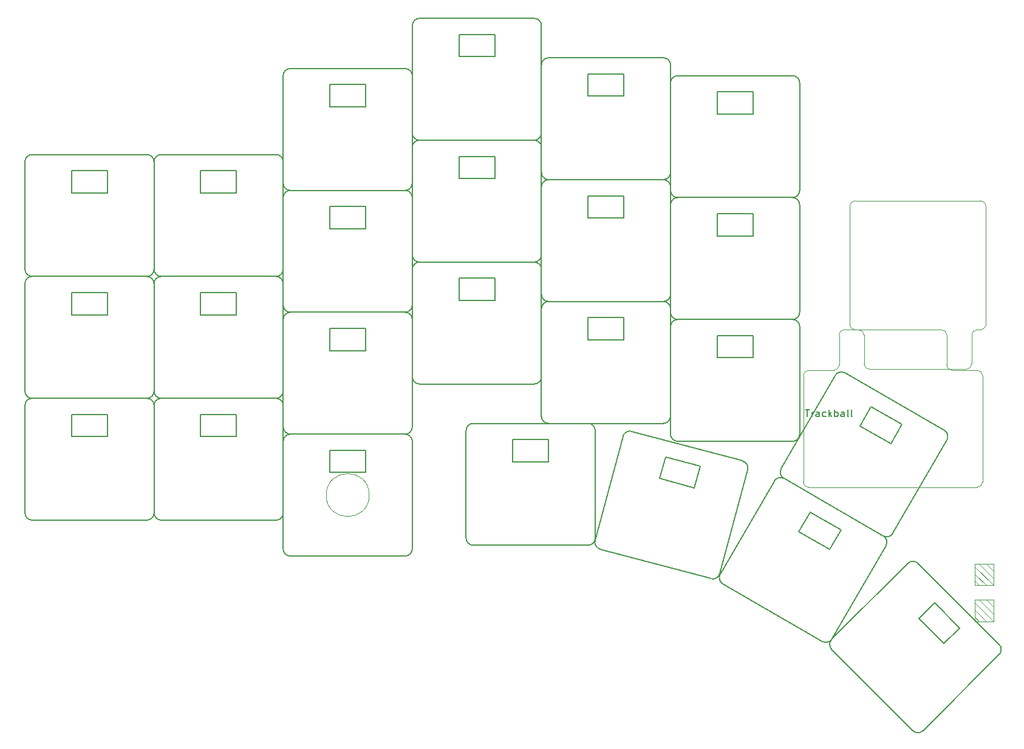
<source format=gbr>
%TF.GenerationSoftware,KiCad,Pcbnew,(5.1.10-1-10_14)*%
%TF.CreationDate,2021-11-02T17:36:35-07:00*%
%TF.ProjectId,hillside,68696c6c-7369-4646-952e-6b696361645f,0.1.0*%
%TF.SameCoordinates,Original*%
%TF.FileFunction,OtherDrawing,Comment*%
%FSLAX46Y46*%
G04 Gerber Fmt 4.6, Leading zero omitted, Abs format (unit mm)*
G04 Created by KiCad (PCBNEW (5.1.10-1-10_14)) date 2021-11-02 17:36:35*
%MOMM*%
%LPD*%
G01*
G04 APERTURE LIST*
%ADD10C,0.120000*%
%ADD11C,0.050000*%
%ADD12C,0.150000*%
G04 APERTURE END LIST*
D10*
%TO.C,J1*%
X224225000Y-82450000D02*
X206725000Y-82450000D01*
X205975000Y-83200000D02*
X205975000Y-99700000D01*
X224975000Y-83200000D02*
X224975000Y-99700000D01*
X208725000Y-105950000D02*
X222225000Y-105950000D01*
X207975000Y-105200000D02*
X207975000Y-101200000D01*
X207225000Y-100450000D02*
X206725000Y-100450000D01*
X222975000Y-105200000D02*
X222975000Y-101200000D01*
X223725000Y-100450000D02*
X224225000Y-100450000D01*
X224225000Y-82450000D02*
G75*
G02*
X224975000Y-83200000I0J-750000D01*
G01*
X207225000Y-100450000D02*
G75*
G02*
X207975000Y-101200000I0J-750000D01*
G01*
X206725000Y-100450000D02*
G75*
G02*
X205975000Y-99700000I0J750000D01*
G01*
X205975000Y-83200000D02*
G75*
G02*
X206725000Y-82450000I750000J0D01*
G01*
X224975000Y-99700000D02*
G75*
G02*
X224225000Y-100450000I-750000J0D01*
G01*
X222975000Y-101200000D02*
G75*
G02*
X223725000Y-100450000I750000J0D01*
G01*
X222975000Y-105200000D02*
G75*
G02*
X222225000Y-105950000I-750000J0D01*
G01*
X208725000Y-105950000D02*
G75*
G02*
X207975000Y-105200000I0J750000D01*
G01*
D11*
%TO.C,SW1*%
X226000000Y-136100000D02*
X223400000Y-136100000D01*
X225000000Y-133100000D02*
X226000000Y-134100000D01*
X223400000Y-134500000D02*
X225000000Y-136100000D01*
X226000000Y-136100000D02*
X223400000Y-133500000D01*
X226000000Y-133100000D02*
X226000000Y-136100000D01*
X223400000Y-136100000D02*
X223400000Y-133100000D01*
X224000000Y-133100000D02*
X226000000Y-135100000D01*
X223400000Y-133100000D02*
X226000000Y-133100000D01*
X224000000Y-136100000D02*
X223400000Y-135500000D01*
X224000000Y-141100000D02*
X223400000Y-140500000D01*
X223400000Y-139500000D02*
X225000000Y-141100000D01*
X226000000Y-141100000D02*
X223400000Y-138500000D01*
X224000000Y-138100000D02*
X226000000Y-140100000D01*
X225000000Y-138100000D02*
X226000000Y-139100000D01*
X226000000Y-138100000D02*
X226000000Y-141100000D01*
X223400000Y-138100000D02*
X226000000Y-138100000D01*
X223400000Y-141100000D02*
X223400000Y-138100000D01*
X226000000Y-141100000D02*
X223400000Y-141100000D01*
D12*
%TO.C,K24*%
X217791998Y-138504064D02*
X215599967Y-140696095D01*
X215599967Y-140696095D02*
X219135501Y-144231629D01*
X219135501Y-144231629D02*
X221327532Y-142039598D01*
X221327532Y-142039598D02*
X217791998Y-138504064D01*
X214786795Y-156358510D02*
X203473086Y-145044801D01*
X203473086Y-143630588D02*
X214079688Y-133023986D01*
X215493901Y-133023986D02*
X226807610Y-144337695D01*
X226807610Y-145751908D02*
X216201008Y-156358510D01*
X203473087Y-143630588D02*
G75*
G03*
X203473086Y-145044801I707106J-707107D01*
G01*
X215493902Y-133023986D02*
G75*
G03*
X214079688Y-133023986I-707107J-707107D01*
G01*
X226807609Y-145751908D02*
G75*
G03*
X226807610Y-144337695I-707106J707107D01*
G01*
X214786794Y-156358510D02*
G75*
G03*
X216201008Y-156358510I707107J707107D01*
G01*
%TO.C,K19*%
X208938213Y-111164829D02*
X207388213Y-113849508D01*
X207388213Y-113849508D02*
X211718341Y-116349508D01*
X211718341Y-116349508D02*
X213268341Y-113664829D01*
X213268341Y-113664829D02*
X208938213Y-111164829D01*
X210656480Y-129188704D02*
X196800074Y-121188704D01*
X196434048Y-119822679D02*
X203934048Y-106832297D01*
X205300074Y-106466272D02*
X219156480Y-114466272D01*
X219522506Y-115832297D02*
X212022506Y-128822679D01*
X196434049Y-119822679D02*
G75*
G03*
X196800074Y-121188704I866025J-500000D01*
G01*
X205300074Y-106466271D02*
G75*
G03*
X203934048Y-106832297I-500000J-866026D01*
G01*
X219522505Y-115832297D02*
G75*
G03*
X219156480Y-114466272I-866025J500000D01*
G01*
X210656480Y-129188705D02*
G75*
G03*
X212022506Y-128822679I500000J866026D01*
G01*
%TO.C,K23*%
X200438213Y-125887261D02*
X198888213Y-128571940D01*
X198888213Y-128571940D02*
X203218341Y-131071940D01*
X203218341Y-131071940D02*
X204768341Y-128387261D01*
X204768341Y-128387261D02*
X200438213Y-125887261D01*
X202156480Y-143911136D02*
X188300074Y-135911136D01*
X187934048Y-134545111D02*
X195434048Y-121554729D01*
X196800074Y-121188704D02*
X210656480Y-129188704D01*
X211022506Y-130554729D02*
X203522506Y-143545111D01*
X187934049Y-134545111D02*
G75*
G03*
X188300074Y-135911136I866025J-500000D01*
G01*
X196800074Y-121188703D02*
G75*
G03*
X195434048Y-121554729I-500000J-866026D01*
G01*
X211022505Y-130554729D02*
G75*
G03*
X210656480Y-129188704I-866025J500000D01*
G01*
X202156480Y-143911137D02*
G75*
G03*
X203522506Y-143545111I500000J866026D01*
G01*
%TO.C,K22*%
X180312805Y-118202582D02*
X179510466Y-121196952D01*
X179510466Y-121196952D02*
X184340096Y-122491047D01*
X184340096Y-122491047D02*
X185142435Y-119496677D01*
X185142435Y-119496677D02*
X180312805Y-118202582D01*
X186637446Y-135167588D02*
X171182633Y-131026483D01*
X170475526Y-129801738D02*
X174357811Y-115312851D01*
X175582556Y-114605744D02*
X191037369Y-118746849D01*
X191744476Y-119971594D02*
X187862191Y-134460481D01*
X170475526Y-129801738D02*
G75*
G03*
X171182633Y-131026483I965926J-258819D01*
G01*
X175582556Y-114605744D02*
G75*
G03*
X174357811Y-115312851I-258819J-965926D01*
G01*
X191744476Y-119971594D02*
G75*
G03*
X191037369Y-118746849I-965926J258819D01*
G01*
X186637446Y-135167588D02*
G75*
G03*
X187862191Y-134460481I258819J965926D01*
G01*
%TO.C,K21*%
X159000000Y-115750000D02*
X159000000Y-118850000D01*
X159000000Y-118850000D02*
X164000000Y-118850000D01*
X164000000Y-118850000D02*
X164000000Y-115750000D01*
X164000000Y-115750000D02*
X159000000Y-115750000D01*
X169500000Y-130500000D02*
X153500000Y-130500000D01*
X152500000Y-129500000D02*
X152500000Y-114500000D01*
X153500000Y-113500000D02*
X169500000Y-113500000D01*
X170500000Y-114500000D02*
X170500000Y-129500000D01*
X152500000Y-129500000D02*
G75*
G03*
X153500000Y-130500000I1000000J0D01*
G01*
X153500000Y-113500000D02*
G75*
G03*
X152500000Y-114500000I0J-1000000D01*
G01*
X170500000Y-114500000D02*
G75*
G03*
X169500000Y-113500000I-1000000J0D01*
G01*
X169500000Y-130500000D02*
G75*
G03*
X170500000Y-129500000I0J1000000D01*
G01*
%TO.C,K18*%
X187500000Y-101250000D02*
X187500000Y-104350000D01*
X187500000Y-104350000D02*
X192500000Y-104350000D01*
X192500000Y-104350000D02*
X192500000Y-101250000D01*
X192500000Y-101250000D02*
X187500000Y-101250000D01*
X198000000Y-116000000D02*
X182000000Y-116000000D01*
X181000000Y-115000000D02*
X181000000Y-100000000D01*
X182000000Y-99000000D02*
X198000000Y-99000000D01*
X199000000Y-100000000D02*
X199000000Y-115000000D01*
X181000000Y-115000000D02*
G75*
G03*
X182000000Y-116000000I1000000J0D01*
G01*
X182000000Y-99000000D02*
G75*
G03*
X181000000Y-100000000I0J-1000000D01*
G01*
X199000000Y-100000000D02*
G75*
G03*
X198000000Y-99000000I-1000000J0D01*
G01*
X198000000Y-116000000D02*
G75*
G03*
X199000000Y-115000000I0J1000000D01*
G01*
%TO.C,K17*%
X169500000Y-98750000D02*
X169500000Y-101850000D01*
X169500000Y-101850000D02*
X174500000Y-101850000D01*
X174500000Y-101850000D02*
X174500000Y-98750000D01*
X174500000Y-98750000D02*
X169500000Y-98750000D01*
X180000000Y-113500000D02*
X164000000Y-113500000D01*
X163000000Y-112500000D02*
X163000000Y-97500000D01*
X164000000Y-96500000D02*
X180000000Y-96500000D01*
X181000000Y-97500000D02*
X181000000Y-112500000D01*
X163000000Y-112500000D02*
G75*
G03*
X164000000Y-113500000I1000000J0D01*
G01*
X164000000Y-96500000D02*
G75*
G03*
X163000000Y-97500000I0J-1000000D01*
G01*
X181000000Y-97500000D02*
G75*
G03*
X180000000Y-96500000I-1000000J0D01*
G01*
X180000000Y-113500000D02*
G75*
G03*
X181000000Y-112500000I0J1000000D01*
G01*
%TO.C,K12*%
X187500000Y-84250000D02*
X187500000Y-87350000D01*
X187500000Y-87350000D02*
X192500000Y-87350000D01*
X192500000Y-87350000D02*
X192500000Y-84250000D01*
X192500000Y-84250000D02*
X187500000Y-84250000D01*
X198000000Y-99000000D02*
X182000000Y-99000000D01*
X181000000Y-98000000D02*
X181000000Y-83000000D01*
X182000000Y-82000000D02*
X198000000Y-82000000D01*
X199000000Y-83000000D02*
X199000000Y-98000000D01*
X181000000Y-98000000D02*
G75*
G03*
X182000000Y-99000000I1000000J0D01*
G01*
X182000000Y-82000000D02*
G75*
G03*
X181000000Y-83000000I0J-1000000D01*
G01*
X199000000Y-83000000D02*
G75*
G03*
X198000000Y-82000000I-1000000J0D01*
G01*
X198000000Y-99000000D02*
G75*
G03*
X199000000Y-98000000I0J1000000D01*
G01*
%TO.C,K11*%
X169500000Y-81750000D02*
X169500000Y-84850000D01*
X169500000Y-84850000D02*
X174500000Y-84850000D01*
X174500000Y-84850000D02*
X174500000Y-81750000D01*
X174500000Y-81750000D02*
X169500000Y-81750000D01*
X180000000Y-96500000D02*
X164000000Y-96500000D01*
X163000000Y-95500000D02*
X163000000Y-80500000D01*
X164000000Y-79500000D02*
X180000000Y-79500000D01*
X181000000Y-80500000D02*
X181000000Y-95500000D01*
X163000000Y-95500000D02*
G75*
G03*
X164000000Y-96500000I1000000J0D01*
G01*
X164000000Y-79500000D02*
G75*
G03*
X163000000Y-80500000I0J-1000000D01*
G01*
X181000000Y-80500000D02*
G75*
G03*
X180000000Y-79500000I-1000000J0D01*
G01*
X180000000Y-96500000D02*
G75*
G03*
X181000000Y-95500000I0J1000000D01*
G01*
%TO.C,K6*%
X187500000Y-67250000D02*
X187500000Y-70350000D01*
X187500000Y-70350000D02*
X192500000Y-70350000D01*
X192500000Y-70350000D02*
X192500000Y-67250000D01*
X192500000Y-67250000D02*
X187500000Y-67250000D01*
X198000000Y-82000000D02*
X182000000Y-82000000D01*
X181000000Y-81000000D02*
X181000000Y-66000000D01*
X182000000Y-65000000D02*
X198000000Y-65000000D01*
X199000000Y-66000000D02*
X199000000Y-81000000D01*
X181000000Y-81000000D02*
G75*
G03*
X182000000Y-82000000I1000000J0D01*
G01*
X182000000Y-65000000D02*
G75*
G03*
X181000000Y-66000000I0J-1000000D01*
G01*
X199000000Y-66000000D02*
G75*
G03*
X198000000Y-65000000I-1000000J0D01*
G01*
X198000000Y-82000000D02*
G75*
G03*
X199000000Y-81000000I0J1000000D01*
G01*
%TO.C,K5*%
X169500000Y-64750000D02*
X169500000Y-67850000D01*
X169500000Y-67850000D02*
X174500000Y-67850000D01*
X174500000Y-67850000D02*
X174500000Y-64750000D01*
X174500000Y-64750000D02*
X169500000Y-64750000D01*
X180000000Y-79500000D02*
X164000000Y-79500000D01*
X163000000Y-78500000D02*
X163000000Y-63500000D01*
X164000000Y-62500000D02*
X180000000Y-62500000D01*
X181000000Y-63500000D02*
X181000000Y-78500000D01*
X163000000Y-78500000D02*
G75*
G03*
X164000000Y-79500000I1000000J0D01*
G01*
X164000000Y-62500000D02*
G75*
G03*
X163000000Y-63500000I0J-1000000D01*
G01*
X181000000Y-63500000D02*
G75*
G03*
X180000000Y-62500000I-1000000J0D01*
G01*
X180000000Y-79500000D02*
G75*
G03*
X181000000Y-78500000I0J1000000D01*
G01*
%TO.C,K16*%
X151500000Y-93250000D02*
X151500000Y-96350000D01*
X151500000Y-96350000D02*
X156500000Y-96350000D01*
X156500000Y-96350000D02*
X156500000Y-93250000D01*
X156500000Y-93250000D02*
X151500000Y-93250000D01*
X162000000Y-108000000D02*
X146000000Y-108000000D01*
X145000000Y-107000000D02*
X145000000Y-92000000D01*
X146000000Y-91000000D02*
X162000000Y-91000000D01*
X163000000Y-92000000D02*
X163000000Y-107000000D01*
X145000000Y-107000000D02*
G75*
G03*
X146000000Y-108000000I1000000J0D01*
G01*
X146000000Y-91000000D02*
G75*
G03*
X145000000Y-92000000I0J-1000000D01*
G01*
X163000000Y-92000000D02*
G75*
G03*
X162000000Y-91000000I-1000000J0D01*
G01*
X162000000Y-108000000D02*
G75*
G03*
X163000000Y-107000000I0J1000000D01*
G01*
%TO.C,K15*%
X133500000Y-100250000D02*
X133500000Y-103350000D01*
X133500000Y-103350000D02*
X138500000Y-103350000D01*
X138500000Y-103350000D02*
X138500000Y-100250000D01*
X138500000Y-100250000D02*
X133500000Y-100250000D01*
X144000000Y-115000000D02*
X128000000Y-115000000D01*
X127000000Y-114000000D02*
X127000000Y-99000000D01*
X128000000Y-98000000D02*
X144000000Y-98000000D01*
X145000000Y-99000000D02*
X145000000Y-114000000D01*
X127000000Y-114000000D02*
G75*
G03*
X128000000Y-115000000I1000000J0D01*
G01*
X128000000Y-98000000D02*
G75*
G03*
X127000000Y-99000000I0J-1000000D01*
G01*
X145000000Y-99000000D02*
G75*
G03*
X144000000Y-98000000I-1000000J0D01*
G01*
X144000000Y-115000000D02*
G75*
G03*
X145000000Y-114000000I0J1000000D01*
G01*
%TO.C,K10*%
X151500000Y-76250000D02*
X151500000Y-79350000D01*
X151500000Y-79350000D02*
X156500000Y-79350000D01*
X156500000Y-79350000D02*
X156500000Y-76250000D01*
X156500000Y-76250000D02*
X151500000Y-76250000D01*
X162000000Y-91000000D02*
X146000000Y-91000000D01*
X145000000Y-90000000D02*
X145000000Y-75000000D01*
X146000000Y-74000000D02*
X162000000Y-74000000D01*
X163000000Y-75000000D02*
X163000000Y-90000000D01*
X145000000Y-90000000D02*
G75*
G03*
X146000000Y-91000000I1000000J0D01*
G01*
X146000000Y-74000000D02*
G75*
G03*
X145000000Y-75000000I0J-1000000D01*
G01*
X163000000Y-75000000D02*
G75*
G03*
X162000000Y-74000000I-1000000J0D01*
G01*
X162000000Y-91000000D02*
G75*
G03*
X163000000Y-90000000I0J1000000D01*
G01*
%TO.C,K9*%
X133500000Y-83250000D02*
X133500000Y-86350000D01*
X133500000Y-86350000D02*
X138500000Y-86350000D01*
X138500000Y-86350000D02*
X138500000Y-83250000D01*
X138500000Y-83250000D02*
X133500000Y-83250000D01*
X144000000Y-98000000D02*
X128000000Y-98000000D01*
X127000000Y-97000000D02*
X127000000Y-82000000D01*
X128000000Y-81000000D02*
X144000000Y-81000000D01*
X145000000Y-82000000D02*
X145000000Y-97000000D01*
X127000000Y-97000000D02*
G75*
G03*
X128000000Y-98000000I1000000J0D01*
G01*
X128000000Y-81000000D02*
G75*
G03*
X127000000Y-82000000I0J-1000000D01*
G01*
X145000000Y-82000000D02*
G75*
G03*
X144000000Y-81000000I-1000000J0D01*
G01*
X144000000Y-98000000D02*
G75*
G03*
X145000000Y-97000000I0J1000000D01*
G01*
%TO.C,K14*%
X115500000Y-112250000D02*
X115500000Y-115350000D01*
X115500000Y-115350000D02*
X120500000Y-115350000D01*
X120500000Y-115350000D02*
X120500000Y-112250000D01*
X120500000Y-112250000D02*
X115500000Y-112250000D01*
X126000000Y-127000000D02*
X110000000Y-127000000D01*
X109000000Y-126000000D02*
X109000000Y-111000000D01*
X110000000Y-110000000D02*
X126000000Y-110000000D01*
X127000000Y-111000000D02*
X127000000Y-126000000D01*
X109000000Y-126000000D02*
G75*
G03*
X110000000Y-127000000I1000000J0D01*
G01*
X110000000Y-110000000D02*
G75*
G03*
X109000000Y-111000000I0J-1000000D01*
G01*
X127000000Y-111000000D02*
G75*
G03*
X126000000Y-110000000I-1000000J0D01*
G01*
X126000000Y-127000000D02*
G75*
G03*
X127000000Y-126000000I0J1000000D01*
G01*
%TO.C,K13*%
X97500000Y-112250000D02*
X97500000Y-115350000D01*
X97500000Y-115350000D02*
X102500000Y-115350000D01*
X102500000Y-115350000D02*
X102500000Y-112250000D01*
X102500000Y-112250000D02*
X97500000Y-112250000D01*
X108000000Y-127000000D02*
X92000000Y-127000000D01*
X91000000Y-126000000D02*
X91000000Y-111000000D01*
X92000000Y-110000000D02*
X108000000Y-110000000D01*
X109000000Y-111000000D02*
X109000000Y-126000000D01*
X91000000Y-126000000D02*
G75*
G03*
X92000000Y-127000000I1000000J0D01*
G01*
X92000000Y-110000000D02*
G75*
G03*
X91000000Y-111000000I0J-1000000D01*
G01*
X109000000Y-111000000D02*
G75*
G03*
X108000000Y-110000000I-1000000J0D01*
G01*
X108000000Y-127000000D02*
G75*
G03*
X109000000Y-126000000I0J1000000D01*
G01*
%TO.C,K2*%
X115500000Y-78250000D02*
X115500000Y-81350000D01*
X115500000Y-81350000D02*
X120500000Y-81350000D01*
X120500000Y-81350000D02*
X120500000Y-78250000D01*
X120500000Y-78250000D02*
X115500000Y-78250000D01*
X126000000Y-93000000D02*
X110000000Y-93000000D01*
X109000000Y-92000000D02*
X109000000Y-77000000D01*
X110000000Y-76000000D02*
X126000000Y-76000000D01*
X127000000Y-77000000D02*
X127000000Y-92000000D01*
X109000000Y-92000000D02*
G75*
G03*
X110000000Y-93000000I1000000J0D01*
G01*
X110000000Y-76000000D02*
G75*
G03*
X109000000Y-77000000I0J-1000000D01*
G01*
X127000000Y-77000000D02*
G75*
G03*
X126000000Y-76000000I-1000000J0D01*
G01*
X126000000Y-93000000D02*
G75*
G03*
X127000000Y-92000000I0J1000000D01*
G01*
%TO.C,K8*%
X115500000Y-95250000D02*
X115500000Y-98350000D01*
X115500000Y-98350000D02*
X120500000Y-98350000D01*
X120500000Y-98350000D02*
X120500000Y-95250000D01*
X120500000Y-95250000D02*
X115500000Y-95250000D01*
X126000000Y-110000000D02*
X110000000Y-110000000D01*
X109000000Y-109000000D02*
X109000000Y-94000000D01*
X110000000Y-93000000D02*
X126000000Y-93000000D01*
X127000000Y-94000000D02*
X127000000Y-109000000D01*
X109000000Y-109000000D02*
G75*
G03*
X110000000Y-110000000I1000000J0D01*
G01*
X110000000Y-93000000D02*
G75*
G03*
X109000000Y-94000000I0J-1000000D01*
G01*
X127000000Y-94000000D02*
G75*
G03*
X126000000Y-93000000I-1000000J0D01*
G01*
X126000000Y-110000000D02*
G75*
G03*
X127000000Y-109000000I0J1000000D01*
G01*
%TO.C,K7*%
X97500000Y-95250000D02*
X97500000Y-98350000D01*
X97500000Y-98350000D02*
X102500000Y-98350000D01*
X102500000Y-98350000D02*
X102500000Y-95250000D01*
X102500000Y-95250000D02*
X97500000Y-95250000D01*
X108000000Y-110000000D02*
X92000000Y-110000000D01*
X91000000Y-109000000D02*
X91000000Y-94000000D01*
X92000000Y-93000000D02*
X108000000Y-93000000D01*
X109000000Y-94000000D02*
X109000000Y-109000000D01*
X91000000Y-109000000D02*
G75*
G03*
X92000000Y-110000000I1000000J0D01*
G01*
X92000000Y-93000000D02*
G75*
G03*
X91000000Y-94000000I0J-1000000D01*
G01*
X109000000Y-94000000D02*
G75*
G03*
X108000000Y-93000000I-1000000J0D01*
G01*
X108000000Y-110000000D02*
G75*
G03*
X109000000Y-109000000I0J1000000D01*
G01*
%TO.C,K4*%
X151500000Y-59250000D02*
X151500000Y-62350000D01*
X151500000Y-62350000D02*
X156500000Y-62350000D01*
X156500000Y-62350000D02*
X156500000Y-59250000D01*
X156500000Y-59250000D02*
X151500000Y-59250000D01*
X162000000Y-74000000D02*
X146000000Y-74000000D01*
X145000000Y-73000000D02*
X145000000Y-58000000D01*
X146000000Y-57000000D02*
X162000000Y-57000000D01*
X163000000Y-58000000D02*
X163000000Y-73000000D01*
X145000000Y-73000000D02*
G75*
G03*
X146000000Y-74000000I1000000J0D01*
G01*
X146000000Y-57000000D02*
G75*
G03*
X145000000Y-58000000I0J-1000000D01*
G01*
X163000000Y-58000000D02*
G75*
G03*
X162000000Y-57000000I-1000000J0D01*
G01*
X162000000Y-74000000D02*
G75*
G03*
X163000000Y-73000000I0J1000000D01*
G01*
%TO.C,K3*%
X133500000Y-66250000D02*
X133500000Y-69350000D01*
X133500000Y-69350000D02*
X138500000Y-69350000D01*
X138500000Y-69350000D02*
X138500000Y-66250000D01*
X138500000Y-66250000D02*
X133500000Y-66250000D01*
X144000000Y-81000000D02*
X128000000Y-81000000D01*
X127000000Y-80000000D02*
X127000000Y-65000000D01*
X128000000Y-64000000D02*
X144000000Y-64000000D01*
X145000000Y-65000000D02*
X145000000Y-80000000D01*
X127000000Y-80000000D02*
G75*
G03*
X128000000Y-81000000I1000000J0D01*
G01*
X128000000Y-64000000D02*
G75*
G03*
X127000000Y-65000000I0J-1000000D01*
G01*
X145000000Y-65000000D02*
G75*
G03*
X144000000Y-64000000I-1000000J0D01*
G01*
X144000000Y-81000000D02*
G75*
G03*
X145000000Y-80000000I0J1000000D01*
G01*
%TO.C,K1*%
X97500000Y-78250000D02*
X97500000Y-81350000D01*
X97500000Y-81350000D02*
X102500000Y-81350000D01*
X102500000Y-81350000D02*
X102500000Y-78250000D01*
X102500000Y-78250000D02*
X97500000Y-78250000D01*
X108000000Y-93000000D02*
X92000000Y-93000000D01*
X91000000Y-92000000D02*
X91000000Y-77000000D01*
X92000000Y-76000000D02*
X108000000Y-76000000D01*
X109000000Y-77000000D02*
X109000000Y-92000000D01*
X91000000Y-92000000D02*
G75*
G03*
X92000000Y-93000000I1000000J0D01*
G01*
X92000000Y-76000000D02*
G75*
G03*
X91000000Y-77000000I0J-1000000D01*
G01*
X109000000Y-77000000D02*
G75*
G03*
X108000000Y-76000000I-1000000J0D01*
G01*
X108000000Y-93000000D02*
G75*
G03*
X109000000Y-92000000I0J1000000D01*
G01*
D10*
%TO.C,K20*%
X139000000Y-123500000D02*
G75*
G03*
X139000000Y-123500000I-3000000J0D01*
G01*
D12*
X133500000Y-117250000D02*
X133500000Y-120350000D01*
X133500000Y-120350000D02*
X138500000Y-120350000D01*
X138500000Y-120350000D02*
X138500000Y-117250000D01*
X138500000Y-117250000D02*
X133500000Y-117250000D01*
X144000000Y-132000000D02*
X128000000Y-132000000D01*
X127000000Y-131000000D02*
X127000000Y-116000000D01*
X128000000Y-115000000D02*
X144000000Y-115000000D01*
X145000000Y-116000000D02*
X145000000Y-131000000D01*
X144000000Y-132000000D02*
G75*
G03*
X145000000Y-131000000I0J1000000D01*
G01*
X145000000Y-116000000D02*
G75*
G03*
X144000000Y-115000000I-1000000J0D01*
G01*
X128000000Y-115000000D02*
G75*
G03*
X127000000Y-116000000I0J-1000000D01*
G01*
X127000000Y-131000000D02*
G75*
G03*
X128000000Y-132000000I1000000J0D01*
G01*
D10*
%TO.C,H2*%
X200250000Y-122420000D02*
X223750000Y-122420000D01*
X224500000Y-121670000D02*
X224500000Y-106845000D01*
X199500000Y-121670000D02*
X199500000Y-106845000D01*
X218750000Y-100420000D02*
X205250000Y-100420000D01*
X219500000Y-101170000D02*
X219500000Y-105345000D01*
X220250000Y-106095000D02*
X223750000Y-106095000D01*
X204500000Y-101170000D02*
X204500000Y-105345000D01*
X203750000Y-106095000D02*
X200250000Y-106095000D01*
X218750000Y-100420000D02*
G75*
G02*
X219500000Y-101170000I0J-750000D01*
G01*
X204500000Y-101170000D02*
G75*
G02*
X205250000Y-100420000I750000J0D01*
G01*
X204500000Y-105345000D02*
G75*
G02*
X203750000Y-106095000I-750000J0D01*
G01*
X199500000Y-106845000D02*
G75*
G02*
X200250000Y-106095000I750000J0D01*
G01*
X224500000Y-121670000D02*
G75*
G02*
X223750000Y-122420000I-750000J0D01*
G01*
X223750000Y-106095000D02*
G75*
G02*
X224500000Y-106845000I0J-750000D01*
G01*
X220250000Y-106095000D02*
G75*
G02*
X219500000Y-105345000I0J750000D01*
G01*
X200250000Y-122420000D02*
G75*
G02*
X199500000Y-121670000I0J750000D01*
G01*
%TD*%
%TO.C,H2*%
D12*
X199780476Y-111562380D02*
X200351904Y-111562380D01*
X200066190Y-112562380D02*
X200066190Y-111562380D01*
X200685238Y-112562380D02*
X200685238Y-111895714D01*
X200685238Y-112086190D02*
X200732857Y-111990952D01*
X200780476Y-111943333D01*
X200875714Y-111895714D01*
X200970952Y-111895714D01*
X201732857Y-112562380D02*
X201732857Y-112038571D01*
X201685238Y-111943333D01*
X201590000Y-111895714D01*
X201399523Y-111895714D01*
X201304285Y-111943333D01*
X201732857Y-112514761D02*
X201637619Y-112562380D01*
X201399523Y-112562380D01*
X201304285Y-112514761D01*
X201256666Y-112419523D01*
X201256666Y-112324285D01*
X201304285Y-112229047D01*
X201399523Y-112181428D01*
X201637619Y-112181428D01*
X201732857Y-112133809D01*
X202637619Y-112514761D02*
X202542380Y-112562380D01*
X202351904Y-112562380D01*
X202256666Y-112514761D01*
X202209047Y-112467142D01*
X202161428Y-112371904D01*
X202161428Y-112086190D01*
X202209047Y-111990952D01*
X202256666Y-111943333D01*
X202351904Y-111895714D01*
X202542380Y-111895714D01*
X202637619Y-111943333D01*
X203066190Y-112562380D02*
X203066190Y-111562380D01*
X203161428Y-112181428D02*
X203447142Y-112562380D01*
X203447142Y-111895714D02*
X203066190Y-112276666D01*
X203875714Y-112562380D02*
X203875714Y-111562380D01*
X203875714Y-111943333D02*
X203970952Y-111895714D01*
X204161428Y-111895714D01*
X204256666Y-111943333D01*
X204304285Y-111990952D01*
X204351904Y-112086190D01*
X204351904Y-112371904D01*
X204304285Y-112467142D01*
X204256666Y-112514761D01*
X204161428Y-112562380D01*
X203970952Y-112562380D01*
X203875714Y-112514761D01*
X205209047Y-112562380D02*
X205209047Y-112038571D01*
X205161428Y-111943333D01*
X205066190Y-111895714D01*
X204875714Y-111895714D01*
X204780476Y-111943333D01*
X205209047Y-112514761D02*
X205113809Y-112562380D01*
X204875714Y-112562380D01*
X204780476Y-112514761D01*
X204732857Y-112419523D01*
X204732857Y-112324285D01*
X204780476Y-112229047D01*
X204875714Y-112181428D01*
X205113809Y-112181428D01*
X205209047Y-112133809D01*
X205828095Y-112562380D02*
X205732857Y-112514761D01*
X205685238Y-112419523D01*
X205685238Y-111562380D01*
X206351904Y-112562380D02*
X206256666Y-112514761D01*
X206209047Y-112419523D01*
X206209047Y-111562380D01*
%TD*%
M02*

</source>
